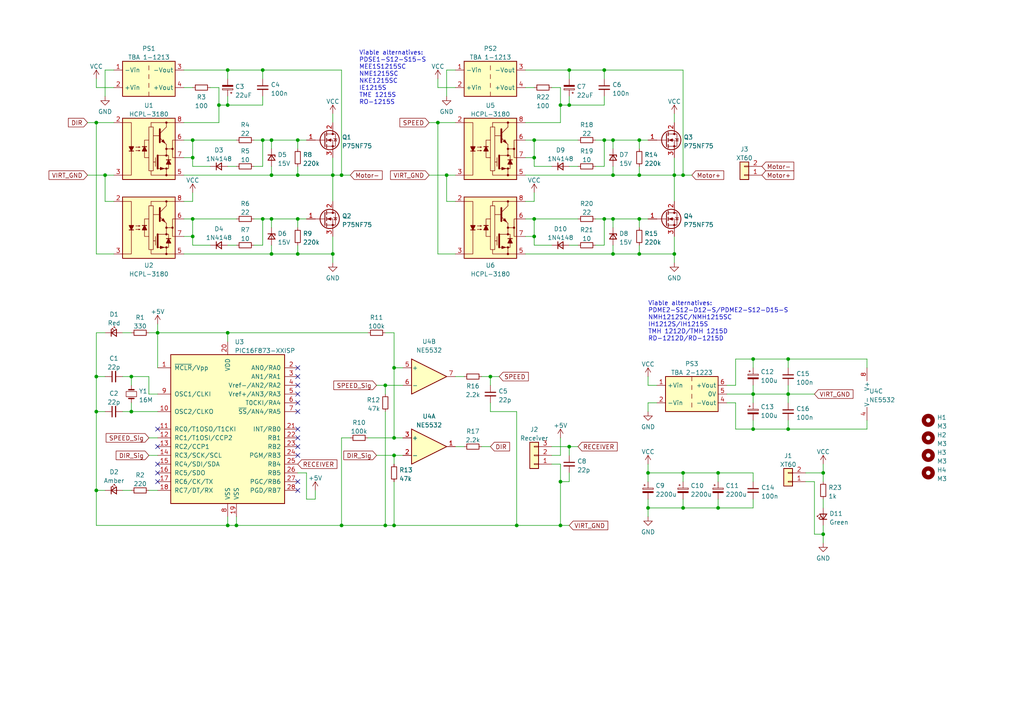
<source format=kicad_sch>
(kicad_sch (version 20211123) (generator eeschema)
  (paper "A4")
  (lib_symbols
    (symbol "Amplifier_Operational:LM358" (pin_names (offset 0.127))
      (property "Reference" "U" (at 0 5.08 0))
      (property "Value" "LM358" (at 0 -5.08 0))
      (symbol "LM358_1_1"
        (pin output line (at 7.62 0 180) (length 2.54) (name "~") (number "1"))
        (pin input line (at -7.62 -2.54 0) (length 2.54) (name "-") (number "2"))
        (pin input line (at -7.62 2.54 0) (length 2.54) (name "+") (number "3"))
      )
      (symbol "LM358_2_1"
        (pin input line (at -7.62 2.54 0) (length 2.54) (name "+") (number "5"))
        (pin input line (at -7.62 -2.54 0) (length 2.54) (name "-") (number "6"))
        (pin output line (at 7.62 0 180) (length 2.54) (name "~") (number "7"))
      )
      (symbol "LM358_3_1"
        (pin power_in line (at -2.54 -7.62 90) (length 3.81) (name "V-") (number "4"))
        (pin power_in line (at -2.54 7.62 270) (length 3.81) (name "V+") (number "8"))
      )
    )
    (symbol "Connector_Generic:Conn_01x02" (pin_names (offset 1.016) hide)
      (property "Reference" "J" (at 0 2.54 0))
      (property "Value" "Conn_01x02" (at 0 -5.08 0))
      (symbol "Conn_01x02_1_1"
        (pin passive line (at -5.08 0 0) (length 3.81) (name "Pin_1") (number "1"))
        (pin passive line (at -5.08 -2.54 0) (length 3.81) (name "Pin_2") (number "2"))
      )
    )
    (symbol "Connector_Generic:Conn_01x03" (pin_names (offset 1.016) hide)
      (property "Reference" "J" (at 0 5.08 0))
      (property "Value" "Conn_01x03" (at 0 -5.08 0))
      (symbol "Conn_01x03_1_1"
        (pin passive line (at -5.08 2.54 0) (length 3.81) (name "Pin_1") (number "1"))
        (pin passive line (at -5.08 0 0) (length 3.81) (name "Pin_2") (number "2"))
        (pin passive line (at -5.08 -2.54 0) (length 3.81) (name "Pin_3") (number "3"))
      )
    )
    (symbol "Converter_DCDC:IH1215S"
      (property "Reference" "PS" (at -7.62 6.35 0))
      (property "Value" "IH1215S" (at 1.27 6.35 0))
      (symbol "IH1215S_0_0"
        (pin power_in line (at -10.16 2.54 0) (length 2.54) (name "+Vin") (number "1"))
        (pin power_in line (at -10.16 -2.54 0) (length 2.54) (name "-Vin") (number "2"))
        (pin power_out line (at 10.16 -2.54 180) (length 2.54) (name "-Vout") (number "4"))
        (pin power_out line (at 10.16 0 180) (length 2.54) (name "0V") (number "5"))
        (pin power_out line (at 10.16 2.54 180) (length 2.54) (name "+Vout") (number "6"))
      )
    )
    (symbol "Converter_DCDC:MEE1S0303SC"
      (property "Reference" "PS" (at -7.62 6.35 0))
      (property "Value" "MEE1S0303SC" (at 1.27 6.35 0))
      (symbol "MEE1S0303SC_0_0"
        (pin power_in line (at -10.16 -2.54 0) (length 2.54) (name "-Vin") (number "1"))
        (pin power_in line (at -10.16 2.54 0) (length 2.54) (name "+Vin") (number "2"))
        (pin power_out line (at 10.16 -2.54 180) (length 2.54) (name "-Vout") (number "3"))
        (pin power_out line (at 10.16 2.54 180) (length 2.54) (name "+Vout") (number "4"))
      )
    )
    (symbol "Device:C_Polarized_Small" (pin_numbers hide) (pin_names (offset 0.254) hide)
      (property "Reference" "C" (at 0.254 1.778 0))
      (property "Value" "C_Polarized_Small" (at 0.254 -2.032 0))
      (symbol "C_Polarized_Small_1_1"
        (pin passive line (at 0 2.54 270) (length 1.8542) (name "~") (number "1"))
        (pin passive line (at 0 -2.54 90) (length 1.8542) (name "~") (number "2"))
      )
    )
    (symbol "Device:C_Small" (pin_numbers hide) (pin_names (offset 0.254) hide)
      (property "Reference" "C" (at 0.254 1.778 0))
      (property "Value" "C_Small" (at 0.254 -2.032 0))
      (symbol "C_Small_1_1"
        (pin passive line (at 0 2.54 270) (length 2.032) (name "~") (number "1"))
        (pin passive line (at 0 -2.54 90) (length 2.032) (name "~") (number "2"))
      )
    )
    (symbol "Device:Crystal_Small" (pin_numbers hide) (pin_names (offset 1.016) hide)
      (property "Reference" "Y" (at 0 2.54 0))
      (property "Value" "Crystal_Small" (at 0 -2.54 0))
      (symbol "Crystal_Small_1_1"
        (pin passive line (at -2.54 0 0) (length 1.27) (name "1") (number "1"))
        (pin passive line (at 2.54 0 180) (length 1.27) (name "2") (number "2"))
      )
    )
    (symbol "Device:D_Small" (pin_numbers hide) (pin_names (offset 0.254) hide)
      (property "Reference" "D" (at -1.27 2.032 0))
      (property "Value" "D_Small" (at -3.81 -2.032 0))
      (symbol "D_Small_1_1"
        (pin passive line (at -2.54 0 0) (length 1.778) (name "K") (number "1"))
        (pin passive line (at 2.54 0 180) (length 1.778) (name "A") (number "2"))
      )
    )
    (symbol "Device:D_Zener_Small" (pin_numbers hide) (pin_names (offset 0.254) hide)
      (property "Reference" "D" (at 0 2.286 0))
      (property "Value" "D_Zener_Small" (at 0 -2.286 0))
      (symbol "D_Zener_Small_1_1"
        (pin passive line (at -2.54 0 0) (length 1.778) (name "K") (number "1"))
        (pin passive line (at 2.54 0 180) (length 1.778) (name "A") (number "2"))
      )
    )
    (symbol "Device:LED_Small" (pin_numbers hide) (pin_names (offset 0.254) hide)
      (property "Reference" "D" (at -1.27 3.175 0))
      (property "Value" "LED_Small" (at -4.445 -2.54 0))
      (symbol "LED_Small_1_1"
        (pin passive line (at -2.54 0 0) (length 1.778) (name "K") (number "1"))
        (pin passive line (at 2.54 0 180) (length 1.778) (name "A") (number "2"))
      )
    )
    (symbol "Device:Q_NMOS_GDS" (pin_names (offset 0) hide)
      (property "Reference" "Q" (at 5.08 1.27 0))
      (property "Value" "Q_NMOS_GDS" (at 5.08 -1.27 0))
      (symbol "Q_NMOS_GDS_1_1"
        (pin input line (at -5.08 0 0) (length 2.54) (name "G") (number "1"))
        (pin passive line (at 2.54 5.08 270) (length 2.54) (name "D") (number "2"))
        (pin passive line (at 2.54 -5.08 90) (length 2.54) (name "S") (number "3"))
      )
    )
    (symbol "Device:R_Small" (pin_numbers hide) (pin_names (offset 0.254) hide)
      (property "Reference" "R" (at 0.762 0.508 0))
      (property "Value" "R_Small" (at 0.762 -1.016 0))
      (symbol "R_Small_1_1"
        (pin passive line (at 0 2.54 270) (length 0.762) (name "~") (number "1"))
        (pin passive line (at 0 -2.54 90) (length 0.762) (name "~") (number "2"))
      )
    )
    (symbol "Driver_FET:HCPL-3120" (pin_names hide)
      (property "Reference" "U" (at 0 12.7 0))
      (property "Value" "HCPL-3120" (at 0 10.16 0))
      (symbol "HCPL-3120_1_1"
        (pin no_connect line (at -7.62 2.54 0) (length 2.54) hide (name "NC") (number "1"))
        (pin passive line (at -10.16 7.62 0) (length 2.54) (name "A") (number "2"))
        (pin passive line (at -10.16 -7.62 0) (length 2.54) (name "C") (number "3"))
        (pin no_connect line (at -7.62 -2.54 0) (length 2.54) hide (name "NC") (number "4"))
        (pin power_out line (at 10.16 -7.62 180) (length 2.54) (name "VEE") (number "5"))
        (pin output line (at 10.16 2.54 180) (length 2.54) (name "VO") (number "6"))
        (pin output line (at 10.16 -2.54 180) (length 2.54) (name "VO") (number "7"))
        (pin power_in line (at 10.16 7.62 180) (length 2.54) (name "VCC") (number "8"))
      )
    )
    (symbol "MCU_Microchip_PIC16:PIC16F873-XXISP" (pin_names (offset 1.016))
      (property "Reference" "U" (at 2.54 25.4 0))
      (property "Value" "PIC16F873-XXISP" (at 2.54 22.86 0))
      (symbol "PIC16F873-XXISP_1_1"
        (pin input line (at -20.32 17.78 0) (length 3.81) (name "~{MCLR}/Vpp") (number "1"))
        (pin output line (at -20.32 5.08 0) (length 3.81) (name "OSC2/CLKO") (number "10"))
        (pin bidirectional line (at -20.32 0 0) (length 3.81) (name "RC0/T1OSO/T1CKI") (number "11"))
        (pin bidirectional line (at -20.32 -2.54 0) (length 3.81) (name "RC1/T1OSI/CCP2") (number "12"))
        (pin bidirectional line (at -20.32 -5.08 0) (length 3.81) (name "RC2/CCP1") (number "13"))
        (pin bidirectional line (at -20.32 -7.62 0) (length 3.81) (name "RC3/SCK/SCL") (number "14"))
        (pin bidirectional line (at -20.32 -10.16 0) (length 3.81) (name "RC4/SDI/SDA") (number "15"))
        (pin bidirectional line (at -20.32 -12.7 0) (length 3.81) (name "RC5/SDO") (number "16"))
        (pin bidirectional line (at -20.32 -15.24 0) (length 3.81) (name "RC6/CK/TX") (number "17"))
        (pin bidirectional line (at -20.32 -17.78 0) (length 3.81) (name "RC7/DT/RX") (number "18"))
        (pin power_in line (at 2.54 -25.4 90) (length 3.81) (name "VSS") (number "19"))
        (pin bidirectional line (at 20.32 17.78 180) (length 3.81) (name "AN0/RA0") (number "2"))
        (pin power_in line (at 0 25.4 270) (length 3.81) (name "VDD") (number "20"))
        (pin bidirectional line (at 20.32 0 180) (length 3.81) (name "INT/RB0") (number "21"))
        (pin bidirectional line (at 20.32 -2.54 180) (length 3.81) (name "RB1") (number "22"))
        (pin bidirectional line (at 20.32 -5.08 180) (length 3.81) (name "RB2") (number "23"))
        (pin bidirectional line (at 20.32 -7.62 180) (length 3.81) (name "PGM/RB3") (number "24"))
        (pin bidirectional line (at 20.32 -10.16 180) (length 3.81) (name "RB4") (number "25"))
        (pin bidirectional line (at 20.32 -12.7 180) (length 3.81) (name "RB5") (number "26"))
        (pin bidirectional line (at 20.32 -15.24 180) (length 3.81) (name "PGC/RB6") (number "27"))
        (pin bidirectional line (at 20.32 -17.78 180) (length 3.81) (name "PGD/RB7") (number "28"))
        (pin bidirectional line (at 20.32 15.24 180) (length 3.81) (name "AN1/RA1") (number "3"))
        (pin bidirectional line (at 20.32 12.7 180) (length 3.81) (name "Vref-/AN2/RA2") (number "4"))
        (pin bidirectional line (at 20.32 10.16 180) (length 3.81) (name "Vref+/AN3/RA3") (number "5"))
        (pin bidirectional line (at 20.32 7.62 180) (length 3.81) (name "T0CKI/RA4") (number "6"))
        (pin bidirectional line (at 20.32 5.08 180) (length 3.81) (name "~{SS}/AN4/RA5") (number "7"))
        (pin power_in line (at 0 -25.4 90) (length 3.81) (name "VSS") (number "8"))
        (pin input line (at -20.32 10.16 0) (length 3.81) (name "OSC1/CLKI") (number "9"))
      )
    )
    (symbol "Mechanical:MountingHole" (pin_names (offset 1.016))
      (property "Reference" "H" (at 0 5.08 0))
      (property "Value" "MountingHole" (at 0 3.175 0))
    )
    (symbol "power:+5V" (power) (pin_names (offset 0))
      (property "Value" "+5V" (at 0 3.556 0))
      (symbol "+5V_1_1"
        (pin power_in line (at 0 0 90) (length 0) hide (name "+5V") (number "1"))
      )
    )
    (symbol "power:GND" (power) (pin_names (offset 0))
      (property "Value" "GND" (at 0 -3.81 0))
      (symbol "GND_1_1"
        (pin power_in line (at 0 0 270) (length 0) hide (name "GND") (number "1"))
      )
    )
    (symbol "power:VCC" (power) (pin_names (offset 0))
      (property "Value" "VCC" (at 0 3.81 0))
      (symbol "VCC_1_1"
        (pin power_in line (at 0 0 90) (length 0) hide (name "VCC") (number "1"))
      )
    )
  )
  (junction (at 185.42 63.5))
  (junction (at 175.26 20.32))
  (junction (at 177.8 50.8))
  (junction (at 38.1 109.22))
  (junction (at 114.3 152.4))
  (junction (at 63.5 30.48))
  (junction (at 218.44 114.3))
  (junction (at 55.88 45.72))
  (junction (at 55.88 63.5))
  (junction (at 111.76 111.76))
  (junction (at 187.96 137.16))
  (junction (at 218.44 124.46))
  (junction (at 162.56 139.7))
  (junction (at 187.96 147.32))
  (junction (at 86.36 40.64))
  (junction (at 114.3 132.08))
  (junction (at 86.36 50.8))
  (junction (at 154.94 68.58))
  (junction (at 78.74 50.8))
  (junction (at 238.76 137.16))
  (junction (at 208.28 137.16))
  (junction (at 198.12 50.8))
  (junction (at 99.06 152.4))
  (junction (at 165.1 30.48))
  (junction (at 66.04 152.4))
  (junction (at 208.28 147.32))
  (junction (at 195.58 73.66))
  (junction (at 66.04 30.48))
  (junction (at 142.24 109.22))
  (junction (at 185.42 40.64))
  (junction (at 154.94 45.72))
  (junction (at 78.74 73.66))
  (junction (at 185.42 73.66))
  (junction (at 76.2 63.5))
  (junction (at 66.04 96.52))
  (junction (at 149.86 152.4))
  (junction (at 175.26 40.64))
  (junction (at 177.8 63.5))
  (junction (at 228.6 104.14))
  (junction (at 177.8 73.66))
  (junction (at 198.12 147.32))
  (junction (at 162.56 152.4))
  (junction (at 111.76 152.4))
  (junction (at 114.3 127))
  (junction (at 30.48 50.8))
  (junction (at 228.6 114.3))
  (junction (at 154.94 63.5))
  (junction (at 27.94 35.56))
  (junction (at 55.88 68.58))
  (junction (at 55.88 40.64))
  (junction (at 114.3 106.68))
  (junction (at 66.04 20.32))
  (junction (at 195.58 50.8))
  (junction (at 127 35.56))
  (junction (at 162.56 30.48))
  (junction (at 27.94 119.38))
  (junction (at 165.1 129.54))
  (junction (at 76.2 40.64))
  (junction (at 86.36 73.66))
  (junction (at 238.76 154.94))
  (junction (at 165.1 20.32))
  (junction (at 68.58 152.4))
  (junction (at 78.74 40.64))
  (junction (at 86.36 63.5))
  (junction (at 27.94 109.22))
  (junction (at 96.52 73.66))
  (junction (at 78.74 63.5))
  (junction (at 177.8 40.64))
  (junction (at 198.12 137.16))
  (junction (at 76.2 20.32))
  (junction (at 96.52 50.8))
  (junction (at 27.94 142.24))
  (junction (at 38.1 119.38))
  (junction (at 175.26 63.5))
  (junction (at 154.94 40.64))
  (junction (at 218.44 104.14))
  (junction (at 228.6 124.46))
  (junction (at 185.42 50.8))
  (junction (at 99.06 50.8))
  (junction (at 45.72 96.52))
  (junction (at 129.54 50.8))
  (no_connect (at 86.36 111.76))
  (no_connect (at 86.36 132.08))
  (no_connect (at 86.36 106.68))
  (no_connect (at 45.72 129.54))
  (no_connect (at 86.36 142.24))
  (no_connect (at 86.36 114.3))
  (no_connect (at 86.36 139.7))
  (no_connect (at 86.36 124.46))
  (no_connect (at 86.36 127))
  (no_connect (at 86.36 116.84))
  (no_connect (at 86.36 109.22))
  (no_connect (at 45.72 134.62))
  (no_connect (at 45.72 124.46))
  (no_connect (at 45.72 137.16))
  (no_connect (at 86.36 129.54))
  (no_connect (at 86.36 119.38))
  (no_connect (at 45.72 139.7))
  (wire (pts (xy 154.94 48.26) (xy 160.02 48.26)))
  (wire (pts (xy 66.04 27.94) (xy 66.04 30.48)))
  (wire (pts (xy 175.26 71.12) (xy 172.72 71.12)))
  (wire (pts (xy 195.58 50.8) (xy 195.58 58.42)))
  (wire (pts (xy 55.88 63.5) (xy 68.58 63.5)))
  (wire (pts (xy 238.76 134.62) (xy 238.76 137.16)))
  (wire (pts (xy 175.26 20.32) (xy 175.26 22.86)))
  (wire (pts (xy 190.5 116.84) (xy 187.96 116.84)))
  (wire (pts (xy 114.3 106.68) (xy 114.3 127)))
  (wire (pts (xy 109.22 132.08) (xy 114.3 132.08)))
  (wire (pts (xy 55.88 71.12) (xy 55.88 68.58)))
  (wire (pts (xy 236.22 139.7) (xy 236.22 154.94)))
  (wire (pts (xy 55.88 48.26) (xy 60.96 48.26)))
  (wire (pts (xy 160.02 129.54) (xy 165.1 129.54)))
  (wire (pts (xy 238.76 152.4) (xy 238.76 154.94)))
  (wire (pts (xy 27.94 73.66) (xy 33.02 73.66)))
  (wire (pts (xy 43.18 114.3) (xy 45.72 114.3)))
  (wire (pts (xy 132.08 73.66) (xy 127 73.66)))
  (wire (pts (xy 38.1 142.24) (xy 35.56 142.24)))
  (wire (pts (xy 96.52 45.72) (xy 96.52 50.8)))
  (wire (pts (xy 53.34 73.66) (xy 78.74 73.66)))
  (wire (pts (xy 208.28 137.16) (xy 218.44 137.16)))
  (wire (pts (xy 165.1 27.94) (xy 165.1 30.48)))
  (wire (pts (xy 165.1 139.7) (xy 162.56 139.7)))
  (wire (pts (xy 76.2 20.32) (xy 76.2 22.86)))
  (wire (pts (xy 66.04 96.52) (xy 106.68 96.52)))
  (wire (pts (xy 165.1 48.26) (xy 167.64 48.26)))
  (wire (pts (xy 152.4 25.4) (xy 154.94 25.4)))
  (wire (pts (xy 185.42 40.64) (xy 185.42 43.18)))
  (wire (pts (xy 124.46 50.8) (xy 129.54 50.8)))
  (wire (pts (xy 162.56 132.08) (xy 160.02 132.08)))
  (wire (pts (xy 114.3 139.7) (xy 114.3 152.4)))
  (wire (pts (xy 167.64 129.54) (xy 165.1 129.54)))
  (wire (pts (xy 66.04 71.12) (xy 68.58 71.12)))
  (wire (pts (xy 38.1 109.22) (xy 38.1 111.76)))
  (wire (pts (xy 175.26 40.64) (xy 175.26 48.26)))
  (wire (pts (xy 165.1 137.16) (xy 165.1 139.7)))
  (wire (pts (xy 154.94 45.72) (xy 154.94 40.64)))
  (wire (pts (xy 96.52 50.8) (xy 99.06 50.8)))
  (wire (pts (xy 27.94 96.52) (xy 27.94 109.22)))
  (wire (pts (xy 106.68 127) (xy 114.3 127)))
  (wire (pts (xy 198.12 137.16) (xy 198.12 139.7)))
  (wire (pts (xy 187.96 144.78) (xy 187.96 147.32)))
  (wire (pts (xy 142.24 109.22) (xy 142.24 111.76)))
  (wire (pts (xy 165.1 129.54) (xy 165.1 132.08)))
  (wire (pts (xy 154.94 40.64) (xy 167.64 40.64)))
  (wire (pts (xy 233.68 139.7) (xy 236.22 139.7)))
  (wire (pts (xy 152.4 50.8) (xy 177.8 50.8)))
  (wire (pts (xy 208.28 144.78) (xy 208.28 147.32)))
  (wire (pts (xy 55.88 68.58) (xy 55.88 63.5)))
  (wire (pts (xy 187.96 137.16) (xy 198.12 137.16)))
  (wire (pts (xy 198.12 144.78) (xy 198.12 147.32)))
  (wire (pts (xy 27.94 152.4) (xy 66.04 152.4)))
  (wire (pts (xy 78.74 63.5) (xy 78.74 66.04)))
  (wire (pts (xy 132.08 129.54) (xy 134.62 129.54)))
  (wire (pts (xy 175.26 20.32) (xy 198.12 20.32)))
  (wire (pts (xy 210.82 114.3) (xy 218.44 114.3)))
  (wire (pts (xy 109.22 111.76) (xy 111.76 111.76)))
  (wire (pts (xy 228.6 121.92) (xy 228.6 124.46)))
  (wire (pts (xy 35.56 109.22) (xy 38.1 109.22)))
  (wire (pts (xy 185.42 63.5) (xy 187.96 63.5)))
  (wire (pts (xy 86.36 63.5) (xy 88.9 63.5)))
  (wire (pts (xy 27.94 142.24) (xy 27.94 152.4)))
  (wire (pts (xy 218.44 114.3) (xy 228.6 114.3)))
  (wire (pts (xy 45.72 93.98) (xy 45.72 96.52)))
  (wire (pts (xy 66.04 152.4) (xy 68.58 152.4)))
  (wire (pts (xy 25.4 50.8) (xy 30.48 50.8)))
  (wire (pts (xy 55.88 55.88) (xy 55.88 58.42)))
  (wire (pts (xy 218.44 121.92) (xy 218.44 124.46)))
  (wire (pts (xy 228.6 111.76) (xy 228.6 114.3)))
  (wire (pts (xy 127 22.86) (xy 127 25.4)))
  (wire (pts (xy 213.36 104.14) (xy 218.44 104.14)))
  (wire (pts (xy 185.42 73.66) (xy 177.8 73.66)))
  (wire (pts (xy 185.42 63.5) (xy 185.42 66.04)))
  (wire (pts (xy 76.2 71.12) (xy 73.66 71.12)))
  (wire (pts (xy 198.12 20.32) (xy 198.12 50.8)))
  (wire (pts (xy 96.52 68.58) (xy 96.52 73.66)))
  (wire (pts (xy 45.72 96.52) (xy 43.18 96.52)))
  (wire (pts (xy 172.72 40.64) (xy 175.26 40.64)))
  (wire (pts (xy 45.72 96.52) (xy 45.72 106.68)))
  (wire (pts (xy 55.88 40.64) (xy 53.34 40.64)))
  (wire (pts (xy 198.12 137.16) (xy 208.28 137.16)))
  (wire (pts (xy 73.66 40.64) (xy 76.2 40.64)))
  (wire (pts (xy 162.56 139.7) (xy 162.56 152.4)))
  (wire (pts (xy 55.88 58.42) (xy 53.34 58.42)))
  (wire (pts (xy 96.52 50.8) (xy 86.36 50.8)))
  (wire (pts (xy 132.08 50.8) (xy 129.54 50.8)))
  (wire (pts (xy 175.26 63.5) (xy 177.8 63.5)))
  (wire (pts (xy 165.1 71.12) (xy 167.64 71.12)))
  (wire (pts (xy 78.74 40.64) (xy 86.36 40.64)))
  (wire (pts (xy 190.5 111.76) (xy 187.96 111.76)))
  (wire (pts (xy 251.46 104.14) (xy 251.46 106.68)))
  (wire (pts (xy 144.78 109.22) (xy 142.24 109.22)))
  (wire (pts (xy 154.94 63.5) (xy 152.4 63.5)))
  (wire (pts (xy 218.44 114.3) (xy 218.44 116.84)))
  (wire (pts (xy 154.94 68.58) (xy 154.94 63.5)))
  (wire (pts (xy 63.5 35.56) (xy 63.5 30.48)))
  (wire (pts (xy 38.1 116.84) (xy 38.1 119.38)))
  (wire (pts (xy 127 25.4) (xy 132.08 25.4)))
  (wire (pts (xy 76.2 30.48) (xy 66.04 30.48)))
  (wire (pts (xy 228.6 114.3) (xy 236.22 114.3)))
  (wire (pts (xy 27.94 35.56) (xy 33.02 35.56)))
  (wire (pts (xy 195.58 50.8) (xy 198.12 50.8)))
  (wire (pts (xy 162.56 134.62) (xy 162.56 139.7)))
  (wire (pts (xy 228.6 114.3) (xy 228.6 116.84)))
  (wire (pts (xy 213.36 124.46) (xy 218.44 124.46)))
  (wire (pts (xy 187.96 137.16) (xy 187.96 139.7)))
  (wire (pts (xy 142.24 119.38) (xy 149.86 119.38)))
  (wire (pts (xy 195.58 73.66) (xy 185.42 73.66)))
  (wire (pts (xy 30.48 96.52) (xy 27.94 96.52)))
  (wire (pts (xy 27.94 25.4) (xy 33.02 25.4)))
  (wire (pts (xy 187.96 147.32) (xy 198.12 147.32)))
  (wire (pts (xy 236.22 154.94) (xy 238.76 154.94)))
  (wire (pts (xy 99.06 50.8) (xy 101.6 50.8)))
  (wire (pts (xy 228.6 124.46) (xy 251.46 124.46)))
  (wire (pts (xy 33.02 50.8) (xy 30.48 50.8)))
  (wire (pts (xy 162.56 35.56) (xy 162.56 30.48)))
  (wire (pts (xy 127 35.56) (xy 132.08 35.56)))
  (wire (pts (xy 154.94 40.64) (xy 152.4 40.64)))
  (wire (pts (xy 30.48 20.32) (xy 30.48 27.94)))
  (wire (pts (xy 53.34 68.58) (xy 55.88 68.58)))
  (wire (pts (xy 96.52 33.02) (xy 96.52 35.56)))
  (wire (pts (xy 129.54 20.32) (xy 129.54 27.94)))
  (wire (pts (xy 111.76 111.76) (xy 111.76 114.3)))
  (wire (pts (xy 66.04 20.32) (xy 76.2 20.32)))
  (wire (pts (xy 78.74 40.64) (xy 78.74 43.18)))
  (wire (pts (xy 251.46 124.46) (xy 251.46 121.92)))
  (wire (pts (xy 53.34 35.56) (xy 63.5 35.56)))
  (wire (pts (xy 73.66 63.5) (xy 76.2 63.5)))
  (wire (pts (xy 86.36 50.8) (xy 86.36 48.26)))
  (wire (pts (xy 195.58 33.02) (xy 195.58 35.56)))
  (wire (pts (xy 35.56 119.38) (xy 38.1 119.38)))
  (wire (pts (xy 76.2 20.32) (xy 99.06 20.32)))
  (wire (pts (xy 66.04 30.48) (xy 63.5 30.48)))
  (wire (pts (xy 55.88 71.12) (xy 60.96 71.12)))
  (wire (pts (xy 185.42 40.64) (xy 187.96 40.64)))
  (wire (pts (xy 175.26 40.64) (xy 177.8 40.64)))
  (wire (pts (xy 238.76 144.78) (xy 238.76 147.32)))
  (wire (pts (xy 68.58 152.4) (xy 68.58 149.86)))
  (wire (pts (xy 162.56 25.4) (xy 162.56 30.48)))
  (wire (pts (xy 175.26 30.48) (xy 165.1 30.48)))
  (wire (pts (xy 139.7 129.54) (xy 142.24 129.54)))
  (wire (pts (xy 160.02 134.62) (xy 162.56 134.62)))
  (wire (pts (xy 127 35.56) (xy 124.46 35.56)))
  (wire (pts (xy 99.06 20.32) (xy 99.06 50.8)))
  (wire (pts (xy 45.72 142.24) (xy 43.18 142.24)))
  (wire (pts (xy 66.04 99.06) (xy 66.04 96.52)))
  (wire (pts (xy 43.18 109.22) (xy 43.18 114.3)))
  (wire (pts (xy 228.6 104.14) (xy 228.6 106.68)))
  (wire (pts (xy 76.2 40.64) (xy 78.74 40.64)))
  (wire (pts (xy 45.72 96.52) (xy 66.04 96.52)))
  (wire (pts (xy 86.36 73.66) (xy 86.36 71.12)))
  (wire (pts (xy 142.24 116.84) (xy 142.24 119.38)))
  (wire (pts (xy 68.58 152.4) (xy 99.06 152.4)))
  (wire (pts (xy 86.36 40.64) (xy 86.36 43.18)))
  (wire (pts (xy 208.28 137.16) (xy 208.28 139.7)))
  (wire (pts (xy 27.94 119.38) (xy 30.48 119.38)))
  (wire (pts (xy 66.04 20.32) (xy 66.04 22.86)))
  (wire (pts (xy 200.66 50.8) (xy 198.12 50.8)))
  (wire (pts (xy 55.88 63.5) (xy 53.34 63.5)))
  (wire (pts (xy 218.44 104.14) (xy 228.6 104.14)))
  (wire (pts (xy 78.74 63.5) (xy 86.36 63.5)))
  (wire (pts (xy 195.58 73.66) (xy 195.58 76.2)))
  (wire (pts (xy 210.82 111.76) (xy 213.36 111.76)))
  (wire (pts (xy 129.54 58.42) (xy 132.08 58.42)))
  (wire (pts (xy 152.4 73.66) (xy 177.8 73.66)))
  (wire (pts (xy 114.3 152.4) (xy 149.86 152.4)))
  (wire (pts (xy 96.52 73.66) (xy 86.36 73.66)))
  (wire (pts (xy 76.2 63.5) (xy 76.2 71.12)))
  (wire (pts (xy 185.42 50.8) (xy 185.42 48.26)))
  (wire (pts (xy 154.94 48.26) (xy 154.94 45.72)))
  (wire (pts (xy 78.74 73.66) (xy 78.74 71.12)))
  (wire (pts (xy 27.94 119.38) (xy 27.94 142.24)))
  (wire (pts (xy 149.86 152.4) (xy 162.56 152.4)))
  (wire (pts (xy 233.68 137.16) (xy 238.76 137.16)))
  (wire (pts (xy 43.18 127) (xy 45.72 127)))
  (wire (pts (xy 228.6 104.14) (xy 251.46 104.14)))
  (wire (pts (xy 53.34 20.32) (xy 66.04 20.32)))
  (wire (pts (xy 160.02 25.4) (xy 162.56 25.4)))
  (wire (pts (xy 63.5 25.4) (xy 63.5 30.48)))
  (wire (pts (xy 162.56 127) (xy 162.56 132.08)))
  (wire (pts (xy 218.44 137.16) (xy 218.44 139.7)))
  (wire (pts (xy 149.86 119.38) (xy 149.86 152.4)))
  (wire (pts (xy 27.94 142.24) (xy 30.48 142.24)))
  (wire (pts (xy 154.94 58.42) (xy 152.4 58.42)))
  (wire (pts (xy 177.8 40.64) (xy 177.8 43.18)))
  (wire (pts (xy 139.7 109.22) (xy 142.24 109.22)))
  (wire (pts (xy 187.96 134.62) (xy 187.96 137.16)))
  (wire (pts (xy 66.04 149.86) (xy 66.04 152.4)))
  (wire (pts (xy 238.76 137.16) (xy 238.76 139.7)))
  (wire (pts (xy 177.8 50.8) (xy 177.8 48.26)))
  (wire (pts (xy 129.54 20.32) (xy 132.08 20.32)))
  (wire (pts (xy 53.34 45.72) (xy 55.88 45.72)))
  (wire (pts (xy 27.94 109.22) (xy 27.94 119.38)))
  (wire (pts (xy 154.94 63.5) (xy 167.64 63.5)))
  (wire (pts (xy 55.88 45.72) (xy 55.88 40.64)))
  (wire (pts (xy 27.94 22.86) (xy 27.94 25.4)))
  (wire (pts (xy 210.82 116.84) (xy 213.36 116.84)))
  (wire (pts (xy 76.2 40.64) (xy 76.2 48.26)))
  (wire (pts (xy 91.44 144.78) (xy 88.9 144.78)))
  (wire (pts (xy 195.58 45.72) (xy 195.58 50.8)))
  (wire (pts (xy 165.1 20.32) (xy 165.1 22.86)))
  (wire (pts (xy 38.1 109.22) (xy 43.18 109.22)))
  (wire (pts (xy 27.94 109.22) (xy 30.48 109.22)))
  (wire (pts (xy 86.36 40.64) (xy 88.9 40.64)))
  (wire (pts (xy 218.44 104.14) (xy 218.44 106.68)))
  (wire (pts (xy 238.76 154.94) (xy 238.76 157.48)))
  (wire (pts (xy 165.1 20.32) (xy 175.26 20.32)))
  (wire (pts (xy 154.94 71.12) (xy 154.94 68.58)))
  (wire (pts (xy 213.36 116.84) (xy 213.36 124.46)))
  (wire (pts (xy 129.54 50.8) (xy 129.54 58.42)))
  (wire (pts (xy 27.94 35.56) (xy 27.94 73.66)))
  (wire (pts (xy 208.28 147.32) (xy 218.44 147.32)))
  (wire (pts (xy 132.08 109.22) (xy 134.62 109.22)))
  (wire (pts (xy 76.2 48.26) (xy 73.66 48.26)))
  (wire (pts (xy 60.96 25.4) (xy 63.5 25.4)))
  (wire (pts (xy 114.3 132.08) (xy 116.84 132.08)))
  (wire (pts (xy 195.58 50.8) (xy 185.42 50.8)))
  (wire (pts (xy 66.04 48.26) (xy 68.58 48.26)))
  (wire (pts (xy 111.76 119.38) (xy 111.76 152.4)))
  (wire (pts (xy 111.76 96.52) (xy 114.3 96.52)))
  (wire (pts (xy 127 73.66) (xy 127 35.56)))
  (wire (pts (xy 152.4 68.58) (xy 154.94 68.58)))
  (wire (pts (xy 154.94 71.12) (xy 160.02 71.12)))
  (wire (pts (xy 213.36 104.14) (xy 213.36 111.76)))
  (wire (pts (xy 30.48 50.8) (xy 30.48 58.42)))
  (wire (pts (xy 187.96 109.22) (xy 187.96 111.76)))
  (wire (pts (xy 154.94 55.88) (xy 154.94 58.42)))
  (wire (pts (xy 175.26 48.26) (xy 172.72 48.26)))
  (wire (pts (xy 96.52 73.66) (xy 96.52 76.2)))
  (wire (pts (xy 30.48 20.32) (xy 33.02 20.32)))
  (wire (pts (xy 76.2 27.94) (xy 76.2 30.48)))
  (wire (pts (xy 78.74 50.8) (xy 78.74 48.26)))
  (wire (pts (xy 86.36 63.5) (xy 86.36 66.04)))
  (wire (pts (xy 218.44 147.32) (xy 218.44 144.78)))
  (wire (pts (xy 177.8 73.66) (xy 177.8 71.12)))
  (wire (pts (xy 96.52 50.8) (xy 96.52 58.42)))
  (wire (pts (xy 86.36 73.66) (xy 78.74 73.66)))
  (wire (pts (xy 195.58 68.58) (xy 195.58 73.66)))
  (wire (pts (xy 86.36 50.8) (xy 78.74 50.8)))
  (wire (pts (xy 185.42 50.8) (xy 177.8 50.8)))
  (wire (pts (xy 114.3 152.4) (xy 111.76 152.4)))
  (wire (pts (xy 198.12 147.32) (xy 208.28 147.32)))
  (wire (pts (xy 152.4 45.72) (xy 154.94 45.72)))
  (wire (pts (xy 175.26 63.5) (xy 175.26 71.12)))
  (wire (pts (xy 88.9 137.16) (xy 86.36 137.16)))
  (wire (pts (xy 101.6 127) (xy 99.06 127)))
  (wire (pts (xy 55.88 48.26) (xy 55.88 45.72)))
  (wire (pts (xy 175.26 27.94) (xy 175.26 30.48)))
  (wire (pts (xy 165.1 30.48) (xy 162.56 30.48)))
  (wire (pts (xy 152.4 35.56) (xy 162.56 35.56)))
  (wire (pts (xy 187.96 116.84) (xy 187.96 119.38)))
  (wire (pts (xy 114.3 96.52) (xy 114.3 106.68)))
  (wire (pts (xy 187.96 147.32) (xy 187.96 149.86)))
  (wire (pts (xy 114.3 127) (xy 116.84 127)))
  (wire (pts (xy 91.44 142.24) (xy 91.44 144.78)))
  (wire (pts (xy 172.72 63.5) (xy 175.26 63.5)))
  (wire (pts (xy 33.02 58.42) (xy 30.48 58.42)))
  (wire (pts (xy 88.9 144.78) (xy 88.9 137.16)))
  (wire (pts (xy 152.4 20.32) (xy 165.1 20.32)))
  (wire (pts (xy 99.06 152.4) (xy 111.76 152.4)))
  (wire (pts (xy 38.1 96.52) (xy 35.56 96.52)))
  (wire (pts (xy 43.18 132.08) (xy 45.72 132.08)))
  (wire (pts (xy 25.4 35.56) (xy 27.94 35.56)))
  (wire (pts (xy 99.06 127) (xy 99.06 152.4)))
  (wire (pts (xy 177.8 63.5) (xy 185.42 63.5)))
  (wire (pts (xy 177.8 40.64) (xy 185.42 40.64)))
  (wire (pts (xy 38.1 119.38) (xy 45.72 119.38)))
  (wire (pts (xy 218.44 124.46) (xy 228.6 124.46)))
  (wire (pts (xy 162.56 152.4) (xy 165.1 152.4)))
  (wire (pts (xy 111.76 111.76) (xy 116.84 111.76)))
  (wire (pts (xy 76.2 63.5) (xy 78.74 63.5)))
  (wire (pts (xy 218.44 111.76) (xy 218.44 114.3)))
  (wire (pts (xy 55.88 40.64) (xy 68.58 40.64)))
  (wire (pts (xy 185.42 73.66) (xy 185.42 71.12)))
  (wire (pts (xy 114.3 132.08) (xy 114.3 134.62)))
  (wire (pts (xy 114.3 106.68) (xy 116.84 106.68)))
  (wire (pts (xy 177.8 63.5) (xy 177.8 66.04)))
  (wire (pts (xy 53.34 25.4) (xy 55.88 25.4)))
  (wire (pts (xy 53.34 50.8) (xy 78.74 50.8)))
  (text "Viable alternatives:\nPDSE1-S12-S15-S\nMEE1S1215SC\nNME1215SC\nNKE1215SC\nIE1215S\nTME 1215S\nRO-1215S\n" (at 104.14 30.48 0) (effects (font (size 1.27 1.27)) (justify left bottom)))
  (text "Viable alternatives:\nPDME2-S12-D12-S/PDME2-S12-D15-S\nNMH1212SC/NMH1215SC\nIH1212S/IH1215S\nTMH 1212D/TMH 1215D\nRD-1212D/RD-1215D" (at 187.96 99.06 0) (effects (font (size 1.27 1.27)) (justify left bottom)))
  (global_label "DIR_Sig" (shape input) (at 109.22 132.08 180) (property "Intersheet References" "${INTERSHEET_REFS}" (effects hide)))
  (global_label "RECEIVER" (shape input) (at 86.36 134.62 0) (property "Intersheet References" "${INTERSHEET_REFS}" (effects hide)))
  (global_label "VIRT_GND" (shape input) (at 25.4 50.8 180) (property "Intersheet References" "${INTERSHEET_REFS}" (effects hide)))
  (global_label "RECEIVER" (shape input) (at 167.64 129.54 0) (property "Intersheet References" "${INTERSHEET_REFS}" (effects hide)))
  (global_label "Motor-" (shape input) (at 220.98 48.26 0) (property "Intersheet References" "${INTERSHEET_REFS}" (effects hide)))
  (global_label "DIR" (shape input) (at 25.4 35.56 180) (property "Intersheet References" "${INTERSHEET_REFS}" (effects hide)))
  (global_label "SPEED" (shape input) (at 124.46 35.56 180) (property "Intersheet References" "${INTERSHEET_REFS}" (effects hide)))
  (global_label "Motor-" (shape input) (at 101.6 50.8 0) (property "Intersheet References" "${INTERSHEET_REFS}" (effects hide)))
  (global_label "SPEED_Sig" (shape input) (at 43.18 127 180) (property "Intersheet References" "${INTERSHEET_REFS}" (effects hide)))
  (global_label "SPEED_Sig" (shape input) (at 109.22 111.76 180) (property "Intersheet References" "${INTERSHEET_REFS}" (effects hide)))
  (global_label "Motor+" (shape input) (at 200.66 50.8 0) (property "Intersheet References" "${INTERSHEET_REFS}" (effects hide)))
  (global_label "DIR_Sig" (shape input) (at 43.18 132.08 180) (property "Intersheet References" "${INTERSHEET_REFS}" (effects hide)))
  (global_label "SPEED" (shape input) (at 144.78 109.22 0) (property "Intersheet References" "${INTERSHEET_REFS}" (effects hide)))
  (global_label "VIRT_GND" (shape input) (at 165.1 152.4 0) (property "Intersheet References" "${INTERSHEET_REFS}" (effects hide)))
  (global_label "VIRT_GND" (shape input) (at 124.46 50.8 180) (property "Intersheet References" "${INTERSHEET_REFS}" (effects hide)))
  (global_label "Motor+" (shape input) (at 220.98 50.8 0) (property "Intersheet References" "${INTERSHEET_REFS}" (effects hide)))
  (global_label "VIRT_GND" (shape input) (at 236.22 114.3 0) (property "Intersheet References" "${INTERSHEET_REFS}" (effects hide)))
  (global_label "DIR" (shape input) (at 142.24 129.54 0) (property "Intersheet References" "${INTERSHEET_REFS}" (effects hide)))
  (symbol (lib_id "Device:R_Small") (at 170.18 40.64 90) (unit 1)
    (property "Reference" "R18" (at 170.18 36.2036 90))
    (property "Value" "22" (at 170.18 38.7405 90))
    (property "Footprint" "Resistor_THT:R_Axial_DIN0207_L6.3mm_D2.5mm_P7.62mm_Horizontal" (effects hide))
  )
  (symbol (lib_id "power:VCC") (at 154.94 55.88 0) (unit 1)
    (property "Reference" "#PWR010" (effects hide))
    (property "Value" "VCC" (at 154.94 52.3042 0))
  )
  (symbol (lib_id "power:GND") (at 195.58 76.2 0) (unit 1)
    (property "Reference" "#PWR09" (effects hide))
    (property "Value" "GND" (at 195.58 80.6434 0))
  )
  (symbol (lib_id "Device:R_Small") (at 137.16 129.54 90) (mirror x) (unit 1)
    (property "Reference" "R17" (at 137.16 125.1036 90))
    (property "Value" "2.2k" (at 137.16 127.6405 90))
    (property "Footprint" "Resistor_THT:R_Axial_DIN0207_L6.3mm_D2.5mm_P7.62mm_Horizontal" (effects hide))
  )
  (symbol (lib_id "power:VCC") (at 96.52 33.02 0) (unit 1)
    (property "Reference" "#PWR06" (effects hide))
    (property "Value" "VCC" (at 96.52 29.4442 0))
  )
  (symbol (lib_id "Device:C_Small") (at 175.26 25.4 0) (unit 1)
    (property "Reference" "C6" (at 177.5841 24.5716 0) (effects (justify left)))
    (property "Value" "100n" (at 177.5841 27.1085 0) (effects (justify left)))
    (property "Footprint" "Capacitor_THT:C_Disc_D6.0mm_W2.5mm_P5.00mm" (effects hide))
  )
  (symbol (lib_id "Device:D_Small") (at 162.56 48.26 0) (unit 1)
    (property "Reference" "D9" (at 162.56 43.5442 0))
    (property "Value" "1N4148" (at 162.56 46.0811 0))
    (property "Footprint" "Diode_THT:D_DO-35_SOD27_P7.62mm_Horizontal" (effects hide))
  )
  (symbol (lib_id "Device:R_Small") (at 137.16 109.22 90) (mirror x) (unit 1)
    (property "Reference" "R16" (at 137.16 111.987 90))
    (property "Value" "2.2k" (at 137.16 114.5239 90))
    (property "Footprint" "Resistor_THT:R_Axial_DIN0207_L6.3mm_D2.5mm_P7.62mm_Horizontal" (effects hide))
  )
  (symbol (lib_id "Device:C_Polarized_Small") (at 165.1 25.4 180) (unit 1)
    (property "Reference" "C7" (at 167.259 25.1114 0) (effects (justify right)))
    (property "Value" "22uF" (at 167.259 27.6483 0) (effects (justify right)))
    (property "Footprint" "Capacitor_THT:CP_Radial_D5.0mm_P2.50mm" (effects hide))
  )
  (symbol (lib_id "Device:C_Polarized_Small") (at 218.44 119.38 0) (unit 1)
    (property "Reference" "C13" (at 220.599 117.9992 0) (effects (justify left)))
    (property "Value" "100u" (at 220.599 120.5361 0) (effects (justify left)))
    (property "Footprint" "Capacitor_THT:CP_Radial_D8.0mm_P3.50mm" (effects hide))
  )
  (symbol (lib_id "power:GND") (at 30.48 27.94 0) (unit 1)
    (property "Reference" "#PWR02" (effects hide))
    (property "Value" "GND" (at 30.48 32.3834 0))
  )
  (symbol (lib_id "Device:C_Small") (at 165.1 134.62 0) (unit 1)
    (property "Reference" "C8" (at 167.4241 133.7916 0) (effects (justify left)))
    (property "Value" "22p" (at 167.4241 136.3285 0) (effects (justify left)))
    (property "Footprint" "Capacitor_THT:C_Disc_D5.0mm_W2.5mm_P2.50mm" (effects hide))
  )
  (symbol (lib_id "Device:R_Small") (at 157.48 25.4 270) (unit 1)
    (property "Reference" "R22" (at 157.48 28.167 90))
    (property "Value" "100" (at 157.48 30.7039 90))
    (property "Footprint" "Resistor_THT:R_Axial_DIN0207_L6.3mm_D2.5mm_P7.62mm_Horizontal" (effects hide))
  )
  (symbol (lib_id "Device:D_Zener_Small") (at 78.74 68.58 270) (unit 1)
    (property "Reference" "D6" (at 80.518 67.7453 90) (effects (justify left)))
    (property "Value" "15V" (at 80.518 70.2822 90) (effects (justify left)))
    (property "Footprint" "Diode_THT:D_DO-41_SOD81_P7.62mm_Horizontal" (effects hide))
  )
  (symbol (lib_id "power:GND") (at 129.54 27.94 0) (unit 1)
    (property "Reference" "#PWR014" (effects hide))
    (property "Value" "GND" (at 129.54 32.3834 0))
  )
  (symbol (lib_id "power:VCC") (at 187.96 134.62 0) (unit 1)
    (property "Reference" "#PWR018" (effects hide))
    (property "Value" "VCC" (at 187.96 131.0442 0))
  )
  (symbol (lib_id "Device:D_Zener_Small") (at 177.8 45.72 270) (unit 1)
    (property "Reference" "D7" (at 179.578 44.8853 90) (effects (justify left)))
    (property "Value" "15V" (at 179.578 47.4222 90) (effects (justify left)))
    (property "Footprint" "Diode_THT:D_DO-41_SOD81_P7.62mm_Horizontal" (effects hide))
  )
  (symbol (lib_id "Mechanical:MountingHole") (at 269.24 137.16 0) (unit 1)
    (property "Reference" "H4" (at 271.78 136.3253 0) (effects (justify left)))
    (property "Value" "M3" (at 271.78 138.8622 0) (effects (justify left)))
    (property "Footprint" "MountingHole:MountingHole_3.2mm_M3_DIN965_Pad" (effects hide))
  )
  (symbol (lib_id "Device:R_Small") (at 71.12 63.5 90) (unit 1)
    (property "Reference" "R6" (at 71.12 59.0636 90))
    (property "Value" "22" (at 71.12 61.6005 90))
    (property "Footprint" "Resistor_THT:R_Axial_DIN0207_L6.3mm_D2.5mm_P7.62mm_Horizontal" (effects hide))
  )
  (symbol (lib_id "Device:R_Small") (at 170.18 48.26 90) (unit 1)
    (property "Reference" "R19" (at 170.18 43.8236 90))
    (property "Value" "10" (at 170.18 46.3605 90))
    (property "Footprint" "Resistor_THT:R_Axial_DIN0207_L6.3mm_D2.5mm_P7.62mm_Horizontal" (effects hide))
  )
  (symbol (lib_id "Device:D_Zener_Small") (at 78.74 45.72 270) (unit 1)
    (property "Reference" "D5" (at 80.518 44.8853 90) (effects (justify left)))
    (property "Value" "15V" (at 80.518 47.4222 90) (effects (justify left)))
    (property "Footprint" "Diode_THT:D_DO-41_SOD81_P7.62mm_Horizontal" (effects hide))
  )
  (symbol (lib_id "Mechanical:MountingHole") (at 269.24 132.08 0) (unit 1)
    (property "Reference" "H3" (at 271.78 131.2453 0) (effects (justify left)))
    (property "Value" "M3" (at 271.78 133.7822 0) (effects (justify left)))
    (property "Footprint" "MountingHole:MountingHole_3.2mm_M3_DIN965_Pad" (effects hide))
  )
  (symbol (lib_id "power:GND") (at 187.96 119.38 0) (mirror y) (unit 1)
    (property "Reference" "#PWR017" (effects hide))
    (property "Value" "GND" (at 187.96 123.8234 0))
  )
  (symbol (lib_id "Device:C_Polarized_Small") (at 187.96 142.24 0) (unit 1)
    (property "Reference" "C9" (at 190.119 140.8592 0) (effects (justify left)))
    (property "Value" "2200u" (at 190.119 143.3961 0) (effects (justify left)))
    (property "Footprint" "Capacitor_THT:CP_Radial_D16.0mm_P7.50mm" (effects hide))
  )
  (symbol (lib_id "Device:Q_NMOS_GDS") (at 93.98 40.64 0) (unit 1)
    (property "Reference" "Q1" (at 99.187 39.8053 0) (effects (justify left)))
    (property "Value" "P75NF75" (at 99.187 42.3422 0) (effects (justify left)))
    (property "Footprint" "Package_TO_SOT_THT:TO-220-3_Vertical" (effects hide))
  )
  (symbol (lib_id "Device:R_Small") (at 71.12 40.64 90) (unit 1)
    (property "Reference" "R4" (at 71.12 36.2036 90))
    (property "Value" "22" (at 71.12 38.7405 90))
    (property "Footprint" "Resistor_THT:R_Axial_DIN0207_L6.3mm_D2.5mm_P7.62mm_Horizontal" (effects hide))
  )
  (symbol (lib_id "Device:R_Small") (at 40.64 142.24 90) (mirror x) (unit 1)
    (property "Reference" "R2" (at 40.64 137.8036 90))
    (property "Value" "220" (at 40.64 140.3405 90))
    (property "Footprint" "Resistor_THT:R_Axial_DIN0207_L6.3mm_D2.5mm_P7.62mm_Horizontal" (effects hide))
  )
  (symbol (lib_id "Device:R_Small") (at 58.42 25.4 270) (unit 1)
    (property "Reference" "R3" (at 58.42 28.167 90))
    (property "Value" "100" (at 58.42 30.7039 90))
    (property "Footprint" "Resistor_THT:R_Axial_DIN0207_L6.3mm_D2.5mm_P7.62mm_Horizontal" (effects hide))
  )
  (symbol (lib_id "Converter_DCDC:MEE1S0303SC") (at 43.18 22.86 0) (mirror x) (unit 1)
    (property "Reference" "PS1" (at 43.18 14.0802 0))
    (property "Value" "TBA 1-1213" (at 43.18 16.6171 0))
    (property "Footprint" "Converter_DCDC:Converter_DCDC_Murata_MEE1SxxxxSC_THT" (effects hide))
    (property "Datasheet" "https://power.murata.com/pub/data/power/ncl/kdc_mee1.pdf" (effects hide))
  )
  (symbol (lib_id "Device:R_Small") (at 111.76 116.84 0) (mirror y) (unit 1)
    (property "Reference" "R12" (at 110.2615 116.0053 0) (effects (justify left)))
    (property "Value" "47k" (at 110.2615 118.5422 0) (effects (justify left)))
    (property "Footprint" "Resistor_THT:R_Axial_DIN0207_L6.3mm_D2.5mm_P7.62mm_Horizontal" (effects hide))
  )
  (symbol (lib_id "Amplifier_Operational:LM358") (at 124.46 109.22 0) (unit 2)
    (property "Reference" "U4" (at 124.46 99.06 0))
    (property "Value" "NE5532" (at 124.46 101.6 0))
    (property "Footprint" "Package_DIP:DIP-8_W7.62mm_Socket" (effects hide))
    (property "Datasheet" "http://www.ti.com/lit/ds/symlink/lm2904-n.pdf" (effects hide))
  )
  (symbol (lib_id "power:VCC") (at 27.94 22.86 0) (unit 1)
    (property "Reference" "#PWR01" (effects hide))
    (property "Value" "VCC" (at 27.94 19.2842 0))
  )
  (symbol (lib_id "Device:R_Small") (at 104.14 127 90) (mirror x) (unit 1)
    (property "Reference" "R10" (at 104.14 122.5636 90))
    (property "Value" "100k" (at 104.14 125.1005 90))
    (property "Footprint" "Resistor_THT:R_Axial_DIN0207_L6.3mm_D2.5mm_P7.62mm_Horizontal" (effects hide))
  )
  (symbol (lib_id "Device:R_Small") (at 185.42 68.58 0) (unit 1)
    (property "Reference" "R15" (at 186.9186 67.7453 0) (effects (justify left)))
    (property "Value" "220k" (at 186.9186 70.2822 0) (effects (justify left)))
    (property "Footprint" "Resistor_THT:R_Axial_DIN0207_L6.3mm_D2.5mm_P7.62mm_Horizontal" (effects hide))
  )
  (symbol (lib_id "Driver_FET:HCPL-3120") (at 142.24 66.04 0) (unit 1)
    (property "Reference" "U6" (at 142.24 76.9604 0))
    (property "Value" "HCPL-3180" (at 142.24 79.4973 0))
    (property "Footprint" "Package_DIP:DIP-8_W7.62mm_Socket" (effects hide))
    (property "Datasheet" "https://docs.broadcom.com/docs/AV02-0161EN" (effects hide))
  )
  (symbol (lib_id "Device:R_Small") (at 40.64 96.52 90) (mirror x) (unit 1)
    (property "Reference" "R1" (at 40.64 92.0836 90))
    (property "Value" "330" (at 40.64 94.6205 90))
    (property "Footprint" "Resistor_THT:R_Axial_DIN0207_L6.3mm_D2.5mm_P7.62mm_Horizontal" (effects hide))
  )
  (symbol (lib_id "Device:C_Small") (at 218.44 142.24 0) (unit 1)
    (property "Reference" "C14" (at 220.7641 141.4116 0) (effects (justify left)))
    (property "Value" "100n" (at 220.7641 143.9485 0) (effects (justify left)))
    (property "Footprint" "Capacitor_THT:C_Disc_D6.0mm_W2.5mm_P5.00mm" (effects hide))
  )
  (symbol (lib_id "Driver_FET:HCPL-3120") (at 142.24 43.18 0) (unit 1)
    (property "Reference" "U5" (at 142.24 30.5902 0))
    (property "Value" "HCPL-3180" (at 142.24 33.1271 0))
    (property "Footprint" "Package_DIP:DIP-8_W7.62mm_Socket" (effects hide))
    (property "Datasheet" "https://docs.broadcom.com/docs/AV02-0161EN" (effects hide))
  )
  (symbol (lib_id "Device:C_Polarized_Small") (at 198.12 142.24 0) (unit 1)
    (property "Reference" "C10" (at 200.279 140.8592 0) (effects (justify left)))
    (property "Value" "2200u" (at 200.279 143.3961 0) (effects (justify left)))
    (property "Footprint" "Capacitor_THT:CP_Radial_D16.0mm_P7.50mm" (effects hide))
  )
  (symbol (lib_id "Device:D_Small") (at 63.5 71.12 0) (unit 1)
    (property "Reference" "D4" (at 63.5 66.4042 0))
    (property "Value" "1N4148" (at 63.5 68.9411 0))
    (property "Footprint" "Diode_THT:D_DO-35_SOD27_P7.62mm_Horizontal" (effects hide))
  )
  (symbol (lib_id "Device:C_Small") (at 228.6 119.38 0) (unit 1)
    (property "Reference" "C16" (at 230.9241 118.5516 0) (effects (justify left)))
    (property "Value" "100n" (at 230.9241 121.0885 0) (effects (justify left)))
    (property "Footprint" "Capacitor_THT:C_Disc_D6.0mm_W2.5mm_P5.00mm" (effects hide))
  )
  (symbol (lib_id "Device:R_Small") (at 170.18 71.12 90) (unit 1)
    (property "Reference" "R21" (at 170.18 66.6836 90))
    (property "Value" "10" (at 170.18 69.2205 90))
    (property "Footprint" "Resistor_THT:R_Axial_DIN0207_L6.3mm_D2.5mm_P7.62mm_Horizontal" (effects hide))
  )
  (symbol (lib_id "Device:LED_Small") (at 238.76 149.86 90) (unit 1)
    (property "Reference" "D11" (at 240.538 148.9618 90) (effects (justify right)))
    (property "Value" "Green" (at 240.538 151.4987 90) (effects (justify right)))
    (property "Footprint" "LED_THT:LED_D3.0mm" (effects hide))
  )
  (symbol (lib_id "Device:C_Small") (at 33.02 119.38 90) (unit 1)
    (property "Reference" "C2" (at 33.0263 114.1181 90))
    (property "Value" "22p" (at 33.0263 116.655 90))
    (property "Footprint" "Capacitor_THT:C_Disc_D5.0mm_W2.5mm_P2.50mm" (effects hide))
  )
  (symbol (lib_id "Device:R_Small") (at 238.76 142.24 0) (mirror x) (unit 1)
    (property "Reference" "R23" (at 240.2586 141.4053 0) (effects (justify left)))
    (property "Value" "1k" (at 240.2586 143.9422 0) (effects (justify left)))
    (property "Footprint" "Resistor_THT:R_Axial_DIN0207_L6.3mm_D2.5mm_P7.62mm_Horizontal" (effects hide))
  )
  (symbol (lib_id "Device:C_Polarized_Small") (at 218.44 109.22 0) (unit 1)
    (property "Reference" "C12" (at 220.599 107.8392 0) (effects (justify left)))
    (property "Value" "100u" (at 220.599 110.3761 0) (effects (justify left)))
    (property "Footprint" "Capacitor_THT:CP_Radial_D8.0mm_P3.50mm" (effects hide))
  )
  (symbol (lib_id "Driver_FET:HCPL-3120") (at 43.18 43.18 0) (unit 1)
    (property "Reference" "U1" (at 43.18 30.5902 0))
    (property "Value" "HCPL-3180" (at 43.18 33.1271 0))
    (property "Footprint" "Package_DIP:DIP-8_W7.62mm_Socket" (effects hide))
    (property "Datasheet" "https://docs.broadcom.com/docs/AV02-0161EN" (effects hide))
  )
  (symbol (lib_id "power:GND") (at 96.52 76.2 0) (unit 1)
    (property "Reference" "#PWR07" (effects hide))
    (property "Value" "GND" (at 96.52 80.6434 0))
  )
  (symbol (lib_id "Device:R_Small") (at 170.18 63.5 90) (unit 1)
    (property "Reference" "R20" (at 170.18 59.0636 90))
    (property "Value" "22" (at 170.18 61.6005 90))
    (property "Footprint" "Resistor_THT:R_Axial_DIN0207_L6.3mm_D2.5mm_P7.62mm_Horizontal" (effects hide))
  )
  (symbol (lib_id "power:VCC") (at 127 22.86 0) (unit 1)
    (property "Reference" "#PWR015" (effects hide))
    (property "Value" "VCC" (at 127 19.2842 0))
  )
  (symbol (lib_id "Connector_Generic:Conn_01x02") (at 215.9 50.8 180) (unit 1)
    (property "Reference" "J3" (at 215.9 43.2902 0))
    (property "Value" "XT60" (at 215.9 45.8271 0))
    (property "Footprint" "Ariamelon:AMASS_XT60-M" (effects hide))
  )
  (symbol (lib_id "Amplifier_Operational:LM358") (at 254 114.3 0) (unit 3)
    (property "Reference" "U4" (at 252.095 113.4653 0) (effects (justify left)))
    (property "Value" "NE5532" (at 252.095 116.0022 0) (effects (justify left)))
    (property "Footprint" "Package_DIP:DIP-8_W7.62mm_Socket" (effects hide))
    (property "Datasheet" "http://www.ti.com/lit/ds/symlink/lm2904-n.pdf" (effects hide))
  )
  (symbol (lib_id "Connector_Generic:Conn_01x02") (at 228.6 139.7 180) (unit 1)
    (property "Reference" "J1" (at 228.6 132.1902 0))
    (property "Value" "XT60" (at 228.6 134.7271 0))
    (property "Footprint" "Ariamelon:AMASS_XT60-M" (effects hide))
  )
  (symbol (lib_id "MCU_Microchip_PIC16:PIC16F873-XXISP") (at 66.04 124.46 0) (unit 1)
    (property "Reference" "U3" (at 68.0594 99.1702 0) (effects (justify left)))
    (property "Value" "PIC16F873-XXISP" (at 68.0594 101.7071 0) (effects (justify left)))
    (property "Footprint" "Package_DIP:DIP-28_W7.62mm_Socket" (effects hide))
    (property "Datasheet" "http://ww1.microchip.com/downloads/en/DeviceDoc/30292C.pdf" (effects hide))
  )
  (symbol (lib_id "power:+5V") (at 91.44 142.24 0) (unit 1)
    (property "Reference" "#PWR05" (effects hide))
    (property "Value" "+5V" (at 91.44 138.6642 0))
  )
  (symbol (lib_id "power:VCC") (at 187.96 109.22 0) (mirror y) (unit 1)
    (property "Reference" "#PWR016" (effects hide))
    (property "Value" "VCC" (at 187.96 105.6442 0))
  )
  (symbol (lib_id "Amplifier_Operational:LM358") (at 124.46 129.54 0) (unit 1)
    (property "Reference" "U4" (at 124.46 120.7602 0))
    (property "Value" "NE5532" (at 124.46 123.2971 0))
    (property "Footprint" "Package_DIP:DIP-8_W7.62mm_Socket" (effects hide))
    (property "Datasheet" "http://www.ti.com/lit/ds/symlink/lm2904-n.pdf" (effects hide))
  )
  (symbol (lib_id "power:+5V") (at 162.56 127 0) (unit 1)
    (property "Reference" "#PWR013" (effects hide))
    (property "Value" "+5V" (at 162.56 123.4242 0))
  )
  (symbol (lib_id "power:VCC") (at 55.88 55.88 0) (unit 1)
    (property "Reference" "#PWR04" (effects hide))
    (property "Value" "VCC" (at 55.88 52.3042 0))
  )
  (symbol (lib_id "Device:R_Small") (at 71.12 71.12 90) (unit 1)
    (property "Reference" "R7" (at 71.12 66.6836 90))
    (property "Value" "10" (at 71.12 69.2205 90))
    (property "Footprint" "Resistor_THT:R_Axial_DIN0207_L6.3mm_D2.5mm_P7.62mm_Horizontal" (effects hide))
  )
  (symbol (lib_id "Converter_DCDC:MEE1S0303SC") (at 142.24 22.86 0) (mirror x) (unit 1)
    (property "Reference" "PS2" (at 142.24 14.0802 0))
    (property "Value" "TBA 1-1213" (at 142.24 16.6171 0))
    (property "Footprint" "Converter_DCDC:Converter_DCDC_Murata_MEE1SxxxxSC_THT" (effects hide))
    (property "Datasheet" "https://power.murata.com/pub/data/power/ncl/kdc_mee1.pdf" (effects hide))
  )
  (symbol (lib_id "Connector_Generic:Conn_01x03") (at 154.94 132.08 180) (unit 1)
    (property "Reference" "J2" (at 154.94 124.5702 0))
    (property "Value" "Receiver" (at 154.94 127.1071 0))
    (property "Footprint" "Connector_PinSocket_2.54mm:PinSocket_1x03_P2.54mm_Vertical" (effects hide))
  )
  (symbol (lib_id "Device:C_Small") (at 142.24 114.3 0) (unit 1)
    (property "Reference" "C5" (at 144.5641 113.4716 0) (effects (justify left)))
    (property "Value" "22p" (at 144.5641 116.0085 0) (effects (justify left)))
    (property "Footprint" "Capacitor_THT:C_Disc_D5.0mm_W2.5mm_P2.50mm" (effects hide))
  )
  (symbol (lib_id "Converter_DCDC:IH1215S") (at 200.66 114.3 0) (unit 1)
    (property "Reference" "PS3" (at 200.66 105.5202 0))
    (property "Value" "TBA 2-1223" (at 200.66 108.0571 0))
    (property "Footprint" "Converter_DCDC:Converter_DCDC_XP_POWER-IHxxxxS_THT" (effects hide))
    (property "Datasheet" "https://www.xppower.com/pdfs/SF_IH.pdf" (effects hide))
  )
  (symbol (lib_id "Device:Crystal_Small") (at 38.1 114.3 90) (unit 1)
    (property "Reference" "Y1" (at 40.259 113.4653 90) (effects (justify right)))
    (property "Value" "16M" (at 40.259 116.0022 90) (effects (justify right)))
    (property "Footprint" "Crystal:Crystal_HC49-U_Vertical" (effects hide))
  )
  (symbol (lib_id "Device:Q_NMOS_GDS") (at 193.04 63.5 0) (unit 1)
    (property "Reference" "Q4" (at 198.2469 62.6653 0) (effects (justify left)))
    (property "Value" "P75NF75" (at 198.2469 65.2022 0) (effects (justify left)))
    (property "Footprint" "Package_TO_SOT_THT:TO-220-3_Vertical" (effects hide))
  )
  (symbol (lib_id "power:GND") (at 238.76 157.48 0) (unit 1)
    (property "Reference" "#PWR012" (effects hide))
    (property "Value" "GND" (at 238.76 161.9234 0))
  )
  (symbol (lib_id "Device:D_Zener_Small") (at 177.8 68.58 270) (unit 1)
    (property "Reference" "D8" (at 179.578 67.7453 90) (effects (justify left)))
    (property "Value" "15V" (at 179.578 70.2822 90) (effects (justify left)))
    (property "Footprint" "Diode_THT:D_DO-41_SOD81_P7.62mm_Horizontal" (effects hide))
  )
  (symbol (lib_id "Device:R_Small") (at 71.12 48.26 90) (unit 1)
    (property "Reference" "R5" (at 71.12 43.8236 90))
    (property "Value" "10" (at 71.12 46.3605 90))
    (property "Footprint" "Resistor_THT:R_Axial_DIN0207_L6.3mm_D2.5mm_P7.62mm_Horizontal" (effects hide))
  )
  (symbol (lib_id "power:+5V") (at 45.72 93.98 0) (unit 1)
    (property "Reference" "#PWR03" (effects hide))
    (property "Value" "+5V" (at 45.72 90.4042 0))
  )
  (symbol (lib_id "power:GND") (at 187.96 149.86 0) (unit 1)
    (property "Reference" "#PWR019" (effects hide))
    (property "Value" "GND" (at 187.96 154.3034 0))
  )
  (symbol (lib_id "Mechanical:MountingHole") (at 269.24 127 0) (unit 1)
    (property "Reference" "H2" (at 271.78 126.1653 0) (effects (justify left)))
    (property "Value" "M3" (at 271.78 128.7022 0) (effects (justify left)))
    (property "Footprint" "MountingHole:MountingHole_3.2mm_M3_DIN965_Pad" (effects hide))
  )
  (symbol (lib_id "Device:R_Small") (at 114.3 137.16 0) (mirror y) (unit 1)
    (property "Reference" "R13" (at 115.7986 136.3253 0) (effects (justify right)))
    (property "Value" "47k" (at 115.7986 138.8622 0) (effects (justify right)))
    (property "Footprint" "Resistor_THT:R_Axial_DIN0207_L6.3mm_D2.5mm_P7.62mm_Horizontal" (effects hide))
  )
  (symbol (lib_id "Device:R_Small") (at 86.36 68.58 0) (unit 1)
    (property "Reference" "R9" (at 87.8586 67.7453 0) (effects (justify left)))
    (property "Value" "220k" (at 87.8586 70.2822 0) (effects (justify left)))
    (property "Footprint" "Resistor_THT:R_Axial_DIN0207_L6.3mm_D2.5mm_P7.62mm_Horizontal" (effects hide))
  )
  (symbol (lib_id "Driver_FET:HCPL-3120") (at 43.18 66.04 0) (unit 1)
    (property "Reference" "U2" (at 43.18 76.9604 0))
    (property "Value" "HCPL-3180" (at 43.18 79.4973 0))
    (property "Footprint" "Package_DIP:DIP-8_W7.62mm_Socket" (effects hide))
    (property "Datasheet" "https://docs.broadcom.com/docs/AV02-0161EN" (effects hide))
  )
  (symbol (lib_id "Device:R_Small") (at 109.22 96.52 90) (mirror x) (unit 1)
    (property "Reference" "R11" (at 109.22 92.0836 90))
    (property "Value" "100k" (at 109.22 94.6205 90))
    (property "Footprint" "Resistor_THT:R_Axial_DIN0207_L6.3mm_D2.5mm_P7.62mm_Horizontal" (effects hide))
  )
  (symbol (lib_id "Device:C_Polarized_Small") (at 66.04 25.4 180) (unit 1)
    (property "Reference" "C3" (at 68.199 25.1114 0) (effects (justify right)))
    (property "Value" "22uF" (at 68.199 27.6483 0) (effects (justify right)))
    (property "Footprint" "Capacitor_THT:CP_Radial_D5.0mm_P2.50mm" (effects hide))
  )
  (symbol (lib_id "Device:R_Small") (at 185.42 45.72 0) (unit 1)
    (property "Reference" "R14" (at 186.9186 44.8853 0) (effects (justify left)))
    (property "Value" "220k" (at 186.9186 47.4222 0) (effects (justify left)))
    (property "Footprint" "Resistor_THT:R_Axial_DIN0207_L6.3mm_D2.5mm_P7.62mm_Horizontal" (effects hide))
  )
  (symbol (lib_id "Device:D_Small") (at 63.5 48.26 0) (unit 1)
    (property "Reference" "D3" (at 63.5 43.5442 0))
    (property "Value" "1N4148" (at 63.5 46.0811 0))
    (property "Footprint" "Diode_THT:D_DO-35_SOD27_P7.62mm_Horizontal" (effects hide))
  )
  (symbol (lib_id "Mechanical:MountingHole") (at 269.24 121.92 0) (unit 1)
    (property "Reference" "H1" (at 271.78 121.0853 0) (effects (justify left)))
    (property "Value" "M3" (at 271.78 123.6222 0) (effects (justify left)))
    (property "Footprint" "MountingHole:MountingHole_3.2mm_M3_DIN965_Pad" (effects hide))
  )
  (symbol (lib_id "power:VCC") (at 195.58 33.02 0) (unit 1)
    (property "Reference" "#PWR08" (effects hide))
    (property "Value" "VCC" (at 195.58 29.4442 0))
  )
  (symbol (lib_id "Device:D_Small") (at 162.56 71.12 0) (unit 1)
    (property "Reference" "D10" (at 162.56 66.4042 0))
    (property "Value" "1N4148" (at 162.56 68.9411 0))
    (property "Footprint" "Diode_THT:D_DO-35_SOD27_P7.62mm_Horizontal" (effects hide))
  )
  (symbol (lib_id "power:VCC") (at 238.76 134.62 0) (unit 1)
    (property "Reference" "#PWR011" (effects hide))
    (property "Value" "VCC" (at 238.76 131.0442 0))
  )
  (symbol (lib_id "Device:R_Small") (at 86.36 45.72 0) (unit 1)
    (property "Reference" "R8" (at 87.8586 44.8853 0) (effects (justify left)))
    (property "Value" "220k" (at 87.8586 47.4222 0) (effects (justify left)))
    (property "Footprint" "Resistor_THT:R_Axial_DIN0207_L6.3mm_D2.5mm_P7.62mm_Horizontal" (effects hide))
  )
  (symbol (lib_id "Device:C_Small") (at 228.6 109.22 0) (unit 1)
    (property "Reference" "C15" (at 230.9241 108.3916 0) (effects (justify left)))
    (property "Value" "100n" (at 230.9241 110.9285 0) (effects (justify left)))
    (property "Footprint" "Capacitor_THT:C_Disc_D6.0mm_W2.5mm_P5.00mm" (effects hide))
  )
  (symbol (lib_id "Device:Q_NMOS_GDS") (at 93.98 63.5 0) (unit 1)
    (property "Reference" "Q2" (at 99.187 62.6653 0) (effects (justify left)))
    (property "Value" "P75NF75" (at 99.187 65.2022 0) (effects (justify left)))
    (property "Footprint" "Package_TO_SOT_THT:TO-220-3_Vertical" (effects hide))
  )
  (symbol (lib_id "Device:LED_Small") (at 33.02 96.52 0) (unit 1)
    (property "Reference" "D1" (at 33.0835 91.1692 0))
    (property "Value" "Red" (at 33.0835 93.7061 0))
    (property "Footprint" "LED_THT:LED_D3.0mm" (effects hide))
  )
  (symbol (lib_id "Device:C_Small") (at 33.02 109.22 90) (unit 1)
    (property "Reference" "C1" (at 33.0263 103.9581 90))
    (property "Value" "22p" (at 33.0263 106.495 90))
    (property "Footprint" "Capacitor_THT:C_Disc_D5.0mm_W2.5mm_P2.50mm" (effects hide))
  )
  (symbol (lib_id "Device:C_Small") (at 76.2 25.4 0) (unit 1)
    (property "Reference" "C4" (at 78.5241 24.5716 0) (effects (justify left)))
    (property "Value" "100n" (at 78.5241 27.1085 0) (effects (justify left)))
    (property "Footprint" "Capacitor_THT:C_Disc_D6.0mm_W2.5mm_P5.00mm" (effects hide))
  )
  (symbol (lib_id "Device:LED_Small") (at 33.02 142.24 0) (unit 1)
    (property "Reference" "D2" (at 33.0835 136.8892 0))
    (property "Value" "Amber" (at 33.0835 139.4261 0))
    (property "Footprint" "LED_THT:LED_D3.0mm" (effects hide))
  )
  (symbol (lib_id "Device:C_Polarized_Small") (at 208.28 142.24 0) (unit 1)
    (property "Reference" "C11" (at 210.439 140.8592 0) (effects (justify left)))
    (property "Value" "2200u" (at 210.439 143.3961 0) (effects (justify left)))
    (property "Footprint" "Capacitor_THT:CP_Radial_D16.0mm_P7.50mm" (effects hide))
  )
  (symbol (lib_id "Device:Q_NMOS_GDS") (at 193.04 40.64 0) (unit 1)
    (property "Reference" "Q3" (at 198.2469 39.8053 0) (effects (justify left)))
    (property "Value" "P75NF75" (at 198.2469 42.3422 0) (effects (justify left)))
    (property "Footprint" "Package_TO_SOT_THT:TO-220-3_Vertical" (effects hide))
  )
)
</source>
